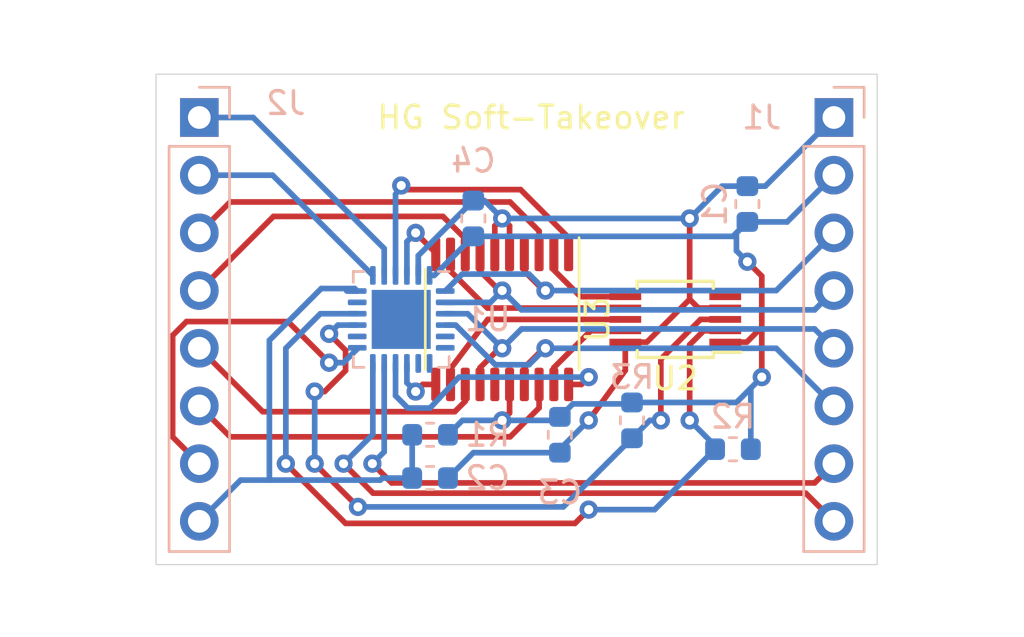
<source format=kicad_pcb>
(kicad_pcb (version 20171130) (host pcbnew "(5.1.6)-1")

  (general
    (thickness 1.6)
    (drawings 9)
    (tracks 222)
    (zones 0)
    (modules 12)
    (nets 35)
  )

  (page A4)
  (layers
    (0 F.Cu signal)
    (31 B.Cu signal)
    (32 B.Adhes user)
    (33 F.Adhes user)
    (34 B.Paste user hide)
    (35 F.Paste user)
    (36 B.SilkS user)
    (37 F.SilkS user)
    (38 B.Mask user)
    (39 F.Mask user)
    (40 Dwgs.User user)
    (41 Cmts.User user)
    (42 Eco1.User user)
    (43 Eco2.User user)
    (44 Edge.Cuts user)
    (45 Margin user)
    (46 B.CrtYd user)
    (47 F.CrtYd user)
    (48 B.Fab user)
    (49 F.Fab user)
  )

  (setup
    (last_trace_width 0.25)
    (trace_clearance 0.2)
    (zone_clearance 0.508)
    (zone_45_only no)
    (trace_min 0.2)
    (via_size 0.8)
    (via_drill 0.4)
    (via_min_size 0.4)
    (via_min_drill 0.3)
    (uvia_size 0.3)
    (uvia_drill 0.1)
    (uvias_allowed no)
    (uvia_min_size 0.2)
    (uvia_min_drill 0.1)
    (edge_width 0.05)
    (segment_width 0.2)
    (pcb_text_width 0.3)
    (pcb_text_size 1.5 1.5)
    (mod_edge_width 0.12)
    (mod_text_size 1 1)
    (mod_text_width 0.15)
    (pad_size 1.524 1.524)
    (pad_drill 0.762)
    (pad_to_mask_clearance 0.05)
    (aux_axis_origin 95.25 112.395)
    (visible_elements FFFFFF7F)
    (pcbplotparams
      (layerselection 0x010fc_ffffffff)
      (usegerberextensions false)
      (usegerberattributes true)
      (usegerberadvancedattributes true)
      (creategerberjobfile true)
      (excludeedgelayer true)
      (linewidth 0.100000)
      (plotframeref false)
      (viasonmask false)
      (mode 1)
      (useauxorigin false)
      (hpglpennumber 1)
      (hpglpenspeed 20)
      (hpglpendiameter 15.000000)
      (psnegative false)
      (psa4output false)
      (plotreference true)
      (plotvalue true)
      (plotinvisibletext false)
      (padsonsilk false)
      (subtractmaskfromsilk false)
      (outputformat 1)
      (mirror false)
      (drillshape 1)
      (scaleselection 1)
      (outputdirectory ""))
  )

  (net 0 "")
  (net 1 3v3)
  (net 2 GND)
  (net 3 RST)
  (net 4 IN_3)
  (net 5 IN_2)
  (net 6 IN_1)
  (net 7 IN_0)
  (net 8 SCL_EXT)
  (net 9 SDA_EXT)
  (net 10 OUT_0)
  (net 11 OUT_1)
  (net 12 OUT_2)
  (net 13 OUT_3)
  (net 14 SCL_DAC)
  (net 15 SDA_DAC)
  (net 16 SWDIO)
  (net 17 SWCLK)
  (net 18 "Net-(U1-Pad17)")
  (net 19 "Net-(U1-Pad14)")
  (net 20 SW_3)
  (net 21 SW_2)
  (net 22 "Net-(U1-Pad8)")
  (net 23 "Net-(U1-Pad7)")
  (net 24 SW_1)
  (net 25 SW_0)
  (net 26 DAC_3)
  (net 27 DAC_2)
  (net 28 DAC_1)
  (net 29 DAC_0)
  (net 30 "Net-(U2-Pad5)")
  (net 31 "Net-(U3-Pad15)")
  (net 32 LAYER_SEL)
  (net 33 "Net-(U1-Pad5)")
  (net 34 "Net-(U1-Pad6)")

  (net_class Default "This is the default net class."
    (clearance 0.2)
    (trace_width 0.25)
    (via_dia 0.8)
    (via_drill 0.4)
    (uvia_dia 0.3)
    (uvia_drill 0.1)
    (add_net 3v3)
    (add_net DAC_0)
    (add_net DAC_1)
    (add_net DAC_2)
    (add_net DAC_3)
    (add_net GND)
    (add_net IN_0)
    (add_net IN_1)
    (add_net IN_2)
    (add_net IN_3)
    (add_net LAYER_SEL)
    (add_net "Net-(U1-Pad14)")
    (add_net "Net-(U1-Pad17)")
    (add_net "Net-(U1-Pad5)")
    (add_net "Net-(U1-Pad6)")
    (add_net "Net-(U1-Pad7)")
    (add_net "Net-(U1-Pad8)")
    (add_net "Net-(U2-Pad5)")
    (add_net "Net-(U3-Pad15)")
    (add_net OUT_0)
    (add_net OUT_1)
    (add_net OUT_2)
    (add_net OUT_3)
    (add_net RST)
    (add_net SCL_DAC)
    (add_net SCL_EXT)
    (add_net SDA_DAC)
    (add_net SDA_EXT)
    (add_net SWCLK)
    (add_net SWDIO)
    (add_net SW_0)
    (add_net SW_1)
    (add_net SW_2)
    (add_net SW_3)
  )

  (module Resistor_SMD:R_0603_1608Metric (layer B.Cu) (tedit 5B301BBD) (tstamp 5FADE619)
    (at 103.505 106.68 180)
    (descr "Resistor SMD 0603 (1608 Metric), square (rectangular) end terminal, IPC_7351 nominal, (Body size source: http://www.tortai-tech.com/upload/download/2011102023233369053.pdf), generated with kicad-footprint-generator")
    (tags resistor)
    (path /5FAF7E6A)
    (attr smd)
    (fp_text reference R1 (at -2.54 0 180) (layer B.SilkS)
      (effects (font (size 1 1) (thickness 0.15)) (justify mirror))
    )
    (fp_text value 10k (at 3.175 0 180) (layer B.Fab)
      (effects (font (size 1 1) (thickness 0.15)) (justify mirror))
    )
    (fp_text user %R (at 0 0 180) (layer B.Fab)
      (effects (font (size 0.4 0.4) (thickness 0.06)) (justify mirror))
    )
    (fp_line (start -0.8 -0.4) (end -0.8 0.4) (layer B.Fab) (width 0.1))
    (fp_line (start -0.8 0.4) (end 0.8 0.4) (layer B.Fab) (width 0.1))
    (fp_line (start 0.8 0.4) (end 0.8 -0.4) (layer B.Fab) (width 0.1))
    (fp_line (start 0.8 -0.4) (end -0.8 -0.4) (layer B.Fab) (width 0.1))
    (fp_line (start -0.162779 0.51) (end 0.162779 0.51) (layer B.SilkS) (width 0.12))
    (fp_line (start -0.162779 -0.51) (end 0.162779 -0.51) (layer B.SilkS) (width 0.12))
    (fp_line (start -1.48 -0.73) (end -1.48 0.73) (layer B.CrtYd) (width 0.05))
    (fp_line (start -1.48 0.73) (end 1.48 0.73) (layer B.CrtYd) (width 0.05))
    (fp_line (start 1.48 0.73) (end 1.48 -0.73) (layer B.CrtYd) (width 0.05))
    (fp_line (start 1.48 -0.73) (end -1.48 -0.73) (layer B.CrtYd) (width 0.05))
    (pad 2 smd roundrect (at 0.7875 0 180) (size 0.875 0.95) (layers B.Cu B.Paste B.Mask) (roundrect_rratio 0.25)
      (net 3 RST))
    (pad 1 smd roundrect (at -0.7875 0 180) (size 0.875 0.95) (layers B.Cu B.Paste B.Mask) (roundrect_rratio 0.25)
      (net 1 3v3))
    (model ${KISYS3DMOD}/Resistor_SMD.3dshapes/R_0603_1608Metric.wrl
      (at (xyz 0 0 0))
      (scale (xyz 1 1 1))
      (rotate (xyz 0 0 0))
    )
  )

  (module Connector_PinHeader_2.54mm:PinHeader_1x08_P2.54mm_Vertical (layer B.Cu) (tedit 59FED5CC) (tstamp 5FAE41D1)
    (at 93.345 92.71 180)
    (descr "Through hole straight pin header, 1x08, 2.54mm pitch, single row")
    (tags "Through hole pin header THT 1x08 2.54mm single row")
    (path /5FCDB26E)
    (fp_text reference J2 (at -3.81 0.635) (layer B.SilkS)
      (effects (font (size 1 1) (thickness 0.15)) (justify mirror))
    )
    (fp_text value Conn_01x08_Male (at 8.255 -18.415) (layer B.Fab) hide
      (effects (font (size 1 1) (thickness 0.15)) (justify mirror))
    )
    (fp_text user %R (at 0 -8.89 270) (layer B.Fab)
      (effects (font (size 1 1) (thickness 0.15)) (justify mirror))
    )
    (fp_line (start -0.635 1.27) (end 1.27 1.27) (layer B.Fab) (width 0.1))
    (fp_line (start 1.27 1.27) (end 1.27 -19.05) (layer B.Fab) (width 0.1))
    (fp_line (start 1.27 -19.05) (end -1.27 -19.05) (layer B.Fab) (width 0.1))
    (fp_line (start -1.27 -19.05) (end -1.27 0.635) (layer B.Fab) (width 0.1))
    (fp_line (start -1.27 0.635) (end -0.635 1.27) (layer B.Fab) (width 0.1))
    (fp_line (start -1.33 -19.11) (end 1.33 -19.11) (layer B.SilkS) (width 0.12))
    (fp_line (start -1.33 -1.27) (end -1.33 -19.11) (layer B.SilkS) (width 0.12))
    (fp_line (start 1.33 -1.27) (end 1.33 -19.11) (layer B.SilkS) (width 0.12))
    (fp_line (start -1.33 -1.27) (end 1.33 -1.27) (layer B.SilkS) (width 0.12))
    (fp_line (start -1.33 0) (end -1.33 1.33) (layer B.SilkS) (width 0.12))
    (fp_line (start -1.33 1.33) (end 0 1.33) (layer B.SilkS) (width 0.12))
    (fp_line (start -1.8 1.8) (end -1.8 -19.55) (layer B.CrtYd) (width 0.05))
    (fp_line (start -1.8 -19.55) (end 1.8 -19.55) (layer B.CrtYd) (width 0.05))
    (fp_line (start 1.8 -19.55) (end 1.8 1.8) (layer B.CrtYd) (width 0.05))
    (fp_line (start 1.8 1.8) (end -1.8 1.8) (layer B.CrtYd) (width 0.05))
    (pad 8 thru_hole oval (at 0 -17.78 180) (size 1.7 1.7) (drill 1) (layers *.Cu *.Mask)
      (net 3 RST))
    (pad 7 thru_hole oval (at 0 -15.24 180) (size 1.7 1.7) (drill 1) (layers *.Cu *.Mask)
      (net 32 LAYER_SEL))
    (pad 6 thru_hole oval (at 0 -12.7 180) (size 1.7 1.7) (drill 1) (layers *.Cu *.Mask)
      (net 13 OUT_3))
    (pad 5 thru_hole oval (at 0 -10.16 180) (size 1.7 1.7) (drill 1) (layers *.Cu *.Mask)
      (net 12 OUT_2))
    (pad 4 thru_hole oval (at 0 -7.62 180) (size 1.7 1.7) (drill 1) (layers *.Cu *.Mask)
      (net 11 OUT_1))
    (pad 3 thru_hole oval (at 0 -5.08 180) (size 1.7 1.7) (drill 1) (layers *.Cu *.Mask)
      (net 10 OUT_0))
    (pad 2 thru_hole oval (at 0 -2.54 180) (size 1.7 1.7) (drill 1) (layers *.Cu *.Mask)
      (net 17 SWCLK))
    (pad 1 thru_hole rect (at 0 0 180) (size 1.7 1.7) (drill 1) (layers *.Cu *.Mask)
      (net 16 SWDIO))
    (model ${KISYS3DMOD}/Connector_PinHeader_2.54mm.3dshapes/PinHeader_1x08_P2.54mm_Vertical.wrl
      (at (xyz 0 0 0))
      (scale (xyz 1 1 1))
      (rotate (xyz 0 0 0))
    )
  )

  (module Connector_PinHeader_2.54mm:PinHeader_1x08_P2.54mm_Vertical (layer B.Cu) (tedit 59FED5CC) (tstamp 5FADE770)
    (at 121.285 92.71 180)
    (descr "Through hole straight pin header, 1x08, 2.54mm pitch, single row")
    (tags "Through hole pin header THT 1x08 2.54mm single row")
    (path /5FCD95F9)
    (fp_text reference J1 (at 3.175 0) (layer B.SilkS)
      (effects (font (size 1 1) (thickness 0.15)) (justify mirror))
    )
    (fp_text value Conn_01x08_Male (at -8.255 -18.415) (layer B.Fab) hide
      (effects (font (size 1 1) (thickness 0.15)) (justify mirror))
    )
    (fp_text user %R (at 0 -8.89 270) (layer B.Fab)
      (effects (font (size 1 1) (thickness 0.15)) (justify mirror))
    )
    (fp_line (start -0.635 1.27) (end 1.27 1.27) (layer B.Fab) (width 0.1))
    (fp_line (start 1.27 1.27) (end 1.27 -19.05) (layer B.Fab) (width 0.1))
    (fp_line (start 1.27 -19.05) (end -1.27 -19.05) (layer B.Fab) (width 0.1))
    (fp_line (start -1.27 -19.05) (end -1.27 0.635) (layer B.Fab) (width 0.1))
    (fp_line (start -1.27 0.635) (end -0.635 1.27) (layer B.Fab) (width 0.1))
    (fp_line (start -1.33 -19.11) (end 1.33 -19.11) (layer B.SilkS) (width 0.12))
    (fp_line (start -1.33 -1.27) (end -1.33 -19.11) (layer B.SilkS) (width 0.12))
    (fp_line (start 1.33 -1.27) (end 1.33 -19.11) (layer B.SilkS) (width 0.12))
    (fp_line (start -1.33 -1.27) (end 1.33 -1.27) (layer B.SilkS) (width 0.12))
    (fp_line (start -1.33 0) (end -1.33 1.33) (layer B.SilkS) (width 0.12))
    (fp_line (start -1.33 1.33) (end 0 1.33) (layer B.SilkS) (width 0.12))
    (fp_line (start -1.8 1.8) (end -1.8 -19.55) (layer B.CrtYd) (width 0.05))
    (fp_line (start -1.8 -19.55) (end 1.8 -19.55) (layer B.CrtYd) (width 0.05))
    (fp_line (start 1.8 -19.55) (end 1.8 1.8) (layer B.CrtYd) (width 0.05))
    (fp_line (start 1.8 1.8) (end -1.8 1.8) (layer B.CrtYd) (width 0.05))
    (pad 8 thru_hole oval (at 0 -17.78 180) (size 1.7 1.7) (drill 1) (layers *.Cu *.Mask)
      (net 8 SCL_EXT))
    (pad 7 thru_hole oval (at 0 -15.24 180) (size 1.7 1.7) (drill 1) (layers *.Cu *.Mask)
      (net 9 SDA_EXT))
    (pad 6 thru_hole oval (at 0 -12.7 180) (size 1.7 1.7) (drill 1) (layers *.Cu *.Mask)
      (net 4 IN_3))
    (pad 5 thru_hole oval (at 0 -10.16 180) (size 1.7 1.7) (drill 1) (layers *.Cu *.Mask)
      (net 5 IN_2))
    (pad 4 thru_hole oval (at 0 -7.62 180) (size 1.7 1.7) (drill 1) (layers *.Cu *.Mask)
      (net 6 IN_1))
    (pad 3 thru_hole oval (at 0 -5.08 180) (size 1.7 1.7) (drill 1) (layers *.Cu *.Mask)
      (net 7 IN_0))
    (pad 2 thru_hole oval (at 0 -2.54 180) (size 1.7 1.7) (drill 1) (layers *.Cu *.Mask)
      (net 1 3v3))
    (pad 1 thru_hole rect (at 0 0 180) (size 1.7 1.7) (drill 1) (layers *.Cu *.Mask)
      (net 2 GND))
    (model ${KISYS3DMOD}/Connector_PinHeader_2.54mm.3dshapes/PinHeader_1x08_P2.54mm_Vertical.wrl
      (at (xyz 0 0 0))
      (scale (xyz 1 1 1))
      (rotate (xyz 0 0 0))
    )
  )

  (module Package_SO:TSSOP-20_4.4x6.5mm_P0.65mm (layer F.Cu) (tedit 5E476F32) (tstamp 5FADFF80)
    (at 106.68 101.6 270)
    (descr "TSSOP, 20 Pin (JEDEC MO-153 Var AC https://www.jedec.org/document_search?search_api_views_fulltext=MO-153), generated with kicad-footprint-generator ipc_gullwing_generator.py")
    (tags "TSSOP SO")
    (path /5FB1BAFD)
    (attr smd)
    (fp_text reference U3 (at 0 -4.2 270) (layer F.SilkS)
      (effects (font (size 1 1) (thickness 0.15)))
    )
    (fp_text value ADG734 (at 0 4.2 270) (layer F.Fab)
      (effects (font (size 1 1) (thickness 0.15)))
    )
    (fp_line (start 3.85 -3.5) (end -3.85 -3.5) (layer F.CrtYd) (width 0.05))
    (fp_line (start 3.85 3.5) (end 3.85 -3.5) (layer F.CrtYd) (width 0.05))
    (fp_line (start -3.85 3.5) (end 3.85 3.5) (layer F.CrtYd) (width 0.05))
    (fp_line (start -3.85 -3.5) (end -3.85 3.5) (layer F.CrtYd) (width 0.05))
    (fp_line (start -2.2 -2.25) (end -1.2 -3.25) (layer F.Fab) (width 0.1))
    (fp_line (start -2.2 3.25) (end -2.2 -2.25) (layer F.Fab) (width 0.1))
    (fp_line (start 2.2 3.25) (end -2.2 3.25) (layer F.Fab) (width 0.1))
    (fp_line (start 2.2 -3.25) (end 2.2 3.25) (layer F.Fab) (width 0.1))
    (fp_line (start -1.2 -3.25) (end 2.2 -3.25) (layer F.Fab) (width 0.1))
    (fp_line (start 0 -3.385) (end -3.6 -3.385) (layer F.SilkS) (width 0.12))
    (fp_line (start 0 -3.385) (end 2.2 -3.385) (layer F.SilkS) (width 0.12))
    (fp_line (start 0 3.385) (end -2.2 3.385) (layer F.SilkS) (width 0.12))
    (fp_line (start 0 3.385) (end 2.2 3.385) (layer F.SilkS) (width 0.12))
    (fp_text user %R (at 0 0) (layer F.Fab)
      (effects (font (size 1 1) (thickness 0.15)))
    )
    (pad 1 smd roundrect (at -2.8625 -2.925 270) (size 1.475 0.4) (layers F.Cu F.Paste F.Mask) (roundrect_rratio 0.25)
      (net 25 SW_0))
    (pad 2 smd roundrect (at -2.8625 -2.275 270) (size 1.475 0.4) (layers F.Cu F.Paste F.Mask) (roundrect_rratio 0.25)
      (net 29 DAC_0))
    (pad 3 smd roundrect (at -2.8625 -1.625 270) (size 1.475 0.4) (layers F.Cu F.Paste F.Mask) (roundrect_rratio 0.25)
      (net 10 OUT_0))
    (pad 4 smd roundrect (at -2.8625 -0.975 270) (size 1.475 0.4) (layers F.Cu F.Paste F.Mask) (roundrect_rratio 0.25)
      (net 7 IN_0))
    (pad 5 smd roundrect (at -2.8625 -0.325 270) (size 1.475 0.4) (layers F.Cu F.Paste F.Mask) (roundrect_rratio 0.25)
      (net 2 GND))
    (pad 6 smd roundrect (at -2.8625 0.325 270) (size 1.475 0.4) (layers F.Cu F.Paste F.Mask) (roundrect_rratio 0.25)
      (net 2 GND))
    (pad 7 smd roundrect (at -2.8625 0.975 270) (size 1.475 0.4) (layers F.Cu F.Paste F.Mask) (roundrect_rratio 0.25)
      (net 6 IN_1))
    (pad 8 smd roundrect (at -2.8625 1.625 270) (size 1.475 0.4) (layers F.Cu F.Paste F.Mask) (roundrect_rratio 0.25)
      (net 11 OUT_1))
    (pad 9 smd roundrect (at -2.8625 2.275 270) (size 1.475 0.4) (layers F.Cu F.Paste F.Mask) (roundrect_rratio 0.25)
      (net 28 DAC_1))
    (pad 10 smd roundrect (at -2.8625 2.925 270) (size 1.475 0.4) (layers F.Cu F.Paste F.Mask) (roundrect_rratio 0.25)
      (net 24 SW_1))
    (pad 11 smd roundrect (at 2.8625 2.925 270) (size 1.475 0.4) (layers F.Cu F.Paste F.Mask) (roundrect_rratio 0.25)
      (net 21 SW_2))
    (pad 12 smd roundrect (at 2.8625 2.275 270) (size 1.475 0.4) (layers F.Cu F.Paste F.Mask) (roundrect_rratio 0.25)
      (net 27 DAC_2))
    (pad 13 smd roundrect (at 2.8625 1.625 270) (size 1.475 0.4) (layers F.Cu F.Paste F.Mask) (roundrect_rratio 0.25)
      (net 12 OUT_2))
    (pad 14 smd roundrect (at 2.8625 0.975 270) (size 1.475 0.4) (layers F.Cu F.Paste F.Mask) (roundrect_rratio 0.25)
      (net 5 IN_2))
    (pad 15 smd roundrect (at 2.8625 0.325 270) (size 1.475 0.4) (layers F.Cu F.Paste F.Mask) (roundrect_rratio 0.25)
      (net 31 "Net-(U3-Pad15)"))
    (pad 16 smd roundrect (at 2.8625 -0.325 270) (size 1.475 0.4) (layers F.Cu F.Paste F.Mask) (roundrect_rratio 0.25)
      (net 1 3v3))
    (pad 17 smd roundrect (at 2.8625 -0.975 270) (size 1.475 0.4) (layers F.Cu F.Paste F.Mask) (roundrect_rratio 0.25)
      (net 4 IN_3))
    (pad 18 smd roundrect (at 2.8625 -1.625 270) (size 1.475 0.4) (layers F.Cu F.Paste F.Mask) (roundrect_rratio 0.25)
      (net 13 OUT_3))
    (pad 19 smd roundrect (at 2.8625 -2.275 270) (size 1.475 0.4) (layers F.Cu F.Paste F.Mask) (roundrect_rratio 0.25)
      (net 26 DAC_3))
    (pad 20 smd roundrect (at 2.8625 -2.925 270) (size 1.475 0.4) (layers F.Cu F.Paste F.Mask) (roundrect_rratio 0.25)
      (net 20 SW_3))
    (model ${KISYS3DMOD}/Package_SO.3dshapes/TSSOP-20_4.4x6.5mm_P0.65mm.wrl
      (at (xyz 0 0 0))
      (scale (xyz 1 1 1))
      (rotate (xyz 0 0 0))
    )
  )

  (module Package_SO:MSOP-10_3x3mm_P0.5mm (layer F.Cu) (tedit 5A02F25C) (tstamp 5FAE38BA)
    (at 114.3 101.6 180)
    (descr "10-Lead Plastic Micro Small Outline Package (MS) [MSOP] (see Microchip Packaging Specification 00000049BS.pdf)")
    (tags "SSOP 0.5")
    (path /5FB47E6B)
    (attr smd)
    (fp_text reference U2 (at 0 -2.6 180) (layer F.SilkS)
      (effects (font (size 1 1) (thickness 0.15)))
    )
    (fp_text value MCP4728 (at 0 2.6 180) (layer F.Fab)
      (effects (font (size 1 1) (thickness 0.15)))
    )
    (fp_line (start -1.675 -1.45) (end -2.9 -1.45) (layer F.SilkS) (width 0.15))
    (fp_line (start -1.675 1.675) (end 1.675 1.675) (layer F.SilkS) (width 0.15))
    (fp_line (start -1.675 -1.675) (end 1.675 -1.675) (layer F.SilkS) (width 0.15))
    (fp_line (start -1.675 1.675) (end -1.675 1.375) (layer F.SilkS) (width 0.15))
    (fp_line (start 1.675 1.675) (end 1.675 1.375) (layer F.SilkS) (width 0.15))
    (fp_line (start 1.675 -1.675) (end 1.675 -1.375) (layer F.SilkS) (width 0.15))
    (fp_line (start -1.675 -1.675) (end -1.675 -1.45) (layer F.SilkS) (width 0.15))
    (fp_line (start -3.15 1.85) (end 3.15 1.85) (layer F.CrtYd) (width 0.05))
    (fp_line (start -3.15 -1.85) (end 3.15 -1.85) (layer F.CrtYd) (width 0.05))
    (fp_line (start 3.15 -1.85) (end 3.15 1.85) (layer F.CrtYd) (width 0.05))
    (fp_line (start -3.15 -1.85) (end -3.15 1.85) (layer F.CrtYd) (width 0.05))
    (fp_line (start -1.5 -0.5) (end -0.5 -1.5) (layer F.Fab) (width 0.15))
    (fp_line (start -1.5 1.5) (end -1.5 -0.5) (layer F.Fab) (width 0.15))
    (fp_line (start 1.5 1.5) (end -1.5 1.5) (layer F.Fab) (width 0.15))
    (fp_line (start 1.5 -1.5) (end 1.5 1.5) (layer F.Fab) (width 0.15))
    (fp_line (start -0.5 -1.5) (end 1.5 -1.5) (layer F.Fab) (width 0.15))
    (fp_text user %R (at 0 0 180) (layer F.Fab)
      (effects (font (size 0.6 0.6) (thickness 0.15)))
    )
    (pad 1 smd rect (at -2.2 -1 180) (size 1.4 0.3) (layers F.Cu F.Paste F.Mask)
      (net 1 3v3))
    (pad 2 smd rect (at -2.2 -0.5 180) (size 1.4 0.3) (layers F.Cu F.Paste F.Mask)
      (net 14 SCL_DAC))
    (pad 3 smd rect (at -2.2 0 180) (size 1.4 0.3) (layers F.Cu F.Paste F.Mask)
      (net 15 SDA_DAC))
    (pad 4 smd rect (at -2.2 0.5 180) (size 1.4 0.3) (layers F.Cu F.Paste F.Mask)
      (net 2 GND))
    (pad 5 smd rect (at -2.2 1 180) (size 1.4 0.3) (layers F.Cu F.Paste F.Mask)
      (net 30 "Net-(U2-Pad5)"))
    (pad 6 smd rect (at 2.2 1 180) (size 1.4 0.3) (layers F.Cu F.Paste F.Mask)
      (net 29 DAC_0))
    (pad 7 smd rect (at 2.2 0.5 180) (size 1.4 0.3) (layers F.Cu F.Paste F.Mask)
      (net 28 DAC_1))
    (pad 8 smd rect (at 2.2 0 180) (size 1.4 0.3) (layers F.Cu F.Paste F.Mask)
      (net 27 DAC_2))
    (pad 9 smd rect (at 2.2 -0.5 180) (size 1.4 0.3) (layers F.Cu F.Paste F.Mask)
      (net 26 DAC_3))
    (pad 10 smd rect (at 2.2 -1 180) (size 1.4 0.3) (layers F.Cu F.Paste F.Mask)
      (net 2 GND))
    (model ${KISYS3DMOD}/Package_SO.3dshapes/MSOP-10_3x3mm_P0.5mm.wrl
      (at (xyz 0 0 0))
      (scale (xyz 1 1 1))
      (rotate (xyz 0 0 0))
    )
  )

  (module Package_DFN_QFN:QFN-24-1EP_4x4mm_P0.5mm_EP2.6x2.6mm (layer B.Cu) (tedit 5DC5F6A3) (tstamp 5FAE54B1)
    (at 102.235 101.6 180)
    (descr "QFN, 24 Pin (http://ww1.microchip.com/downloads/en/PackagingSpec/00000049BQ.pdf#page=278), generated with kicad-footprint-generator ipc_noLead_generator.py")
    (tags "QFN NoLead")
    (path /5FAD2176)
    (attr smd)
    (fp_text reference U1 (at -3.81 0 180) (layer B.SilkS)
      (effects (font (size 1 1) (thickness 0.15)) (justify mirror))
    )
    (fp_text value SAMD11D14AM (at 0 -3.3) (layer B.Fab)
      (effects (font (size 1 1) (thickness 0.15)) (justify mirror))
    )
    (fp_line (start 2.6 2.6) (end -2.6 2.6) (layer B.CrtYd) (width 0.05))
    (fp_line (start 2.6 -2.6) (end 2.6 2.6) (layer B.CrtYd) (width 0.05))
    (fp_line (start -2.6 -2.6) (end 2.6 -2.6) (layer B.CrtYd) (width 0.05))
    (fp_line (start -2.6 2.6) (end -2.6 -2.6) (layer B.CrtYd) (width 0.05))
    (fp_line (start -2 1) (end -1 2) (layer B.Fab) (width 0.1))
    (fp_line (start -2 -2) (end -2 1) (layer B.Fab) (width 0.1))
    (fp_line (start 2 -2) (end -2 -2) (layer B.Fab) (width 0.1))
    (fp_line (start 2 2) (end 2 -2) (layer B.Fab) (width 0.1))
    (fp_line (start -1 2) (end 2 2) (layer B.Fab) (width 0.1))
    (fp_line (start -1.635 2.11) (end -2.11 2.11) (layer B.SilkS) (width 0.12))
    (fp_line (start 2.11 -2.11) (end 2.11 -1.635) (layer B.SilkS) (width 0.12))
    (fp_line (start 1.635 -2.11) (end 2.11 -2.11) (layer B.SilkS) (width 0.12))
    (fp_line (start -2.11 -2.11) (end -2.11 -1.635) (layer B.SilkS) (width 0.12))
    (fp_line (start -1.635 -2.11) (end -2.11 -2.11) (layer B.SilkS) (width 0.12))
    (fp_line (start 2.11 2.11) (end 2.11 1.635) (layer B.SilkS) (width 0.12))
    (fp_line (start 1.635 2.11) (end 2.11 2.11) (layer B.SilkS) (width 0.12))
    (fp_text user %R (at 0 0 180) (layer B.Fab)
      (effects (font (size 1 1) (thickness 0.15)) (justify mirror))
    )
    (pad 1 smd roundrect (at -1.9375 1.25 180) (size 0.825 0.25) (layers B.Cu B.Paste B.Mask) (roundrect_rratio 0.25)
      (net 7 IN_0))
    (pad 2 smd roundrect (at -1.9375 0.75 180) (size 0.825 0.25) (layers B.Cu B.Paste B.Mask) (roundrect_rratio 0.25)
      (net 6 IN_1))
    (pad 3 smd roundrect (at -1.9375 0.25 180) (size 0.825 0.25) (layers B.Cu B.Paste B.Mask) (roundrect_rratio 0.25)
      (net 5 IN_2))
    (pad 4 smd roundrect (at -1.9375 -0.25 180) (size 0.825 0.25) (layers B.Cu B.Paste B.Mask) (roundrect_rratio 0.25)
      (net 4 IN_3))
    (pad 5 smd roundrect (at -1.9375 -0.75 180) (size 0.825 0.25) (layers B.Cu B.Paste B.Mask) (roundrect_rratio 0.25)
      (net 33 "Net-(U1-Pad5)"))
    (pad 6 smd roundrect (at -1.9375 -1.25 180) (size 0.825 0.25) (layers B.Cu B.Paste B.Mask) (roundrect_rratio 0.25)
      (net 34 "Net-(U1-Pad6)"))
    (pad 7 smd roundrect (at -1.25 -1.9375 180) (size 0.25 0.825) (layers B.Cu B.Paste B.Mask) (roundrect_rratio 0.25)
      (net 23 "Net-(U1-Pad7)"))
    (pad 8 smd roundrect (at -0.75 -1.9375 180) (size 0.25 0.825) (layers B.Cu B.Paste B.Mask) (roundrect_rratio 0.25)
      (net 22 "Net-(U1-Pad8)"))
    (pad 9 smd roundrect (at -0.25 -1.9375 180) (size 0.25 0.825) (layers B.Cu B.Paste B.Mask) (roundrect_rratio 0.25)
      (net 21 SW_2))
    (pad 10 smd roundrect (at 0.25 -1.9375 180) (size 0.25 0.825) (layers B.Cu B.Paste B.Mask) (roundrect_rratio 0.25)
      (net 20 SW_3))
    (pad 11 smd roundrect (at 0.75 -1.9375 180) (size 0.25 0.825) (layers B.Cu B.Paste B.Mask) (roundrect_rratio 0.25)
      (net 9 SDA_EXT))
    (pad 12 smd roundrect (at 1.25 -1.9375 180) (size 0.25 0.825) (layers B.Cu B.Paste B.Mask) (roundrect_rratio 0.25)
      (net 8 SCL_EXT))
    (pad 13 smd roundrect (at 1.9375 -1.25 180) (size 0.825 0.25) (layers B.Cu B.Paste B.Mask) (roundrect_rratio 0.25)
      (net 32 LAYER_SEL))
    (pad 14 smd roundrect (at 1.9375 -0.75 180) (size 0.825 0.25) (layers B.Cu B.Paste B.Mask) (roundrect_rratio 0.25)
      (net 19 "Net-(U1-Pad14)"))
    (pad 15 smd roundrect (at 1.9375 -0.25 180) (size 0.825 0.25) (layers B.Cu B.Paste B.Mask) (roundrect_rratio 0.25)
      (net 15 SDA_DAC))
    (pad 16 smd roundrect (at 1.9375 0.25 180) (size 0.825 0.25) (layers B.Cu B.Paste B.Mask) (roundrect_rratio 0.25)
      (net 14 SCL_DAC))
    (pad 17 smd roundrect (at 1.9375 0.75 180) (size 0.825 0.25) (layers B.Cu B.Paste B.Mask) (roundrect_rratio 0.25)
      (net 18 "Net-(U1-Pad17)"))
    (pad 18 smd roundrect (at 1.9375 1.25 180) (size 0.825 0.25) (layers B.Cu B.Paste B.Mask) (roundrect_rratio 0.25)
      (net 3 RST))
    (pad 19 smd roundrect (at 1.25 1.9375 180) (size 0.25 0.825) (layers B.Cu B.Paste B.Mask) (roundrect_rratio 0.25)
      (net 17 SWCLK))
    (pad 20 smd roundrect (at 0.75 1.9375 180) (size 0.25 0.825) (layers B.Cu B.Paste B.Mask) (roundrect_rratio 0.25)
      (net 16 SWDIO))
    (pad 21 smd roundrect (at 0.25 1.9375 180) (size 0.25 0.825) (layers B.Cu B.Paste B.Mask) (roundrect_rratio 0.25)
      (net 25 SW_0))
    (pad 22 smd roundrect (at -0.25 1.9375 180) (size 0.25 0.825) (layers B.Cu B.Paste B.Mask) (roundrect_rratio 0.25)
      (net 24 SW_1))
    (pad 23 smd roundrect (at -0.75 1.9375 180) (size 0.25 0.825) (layers B.Cu B.Paste B.Mask) (roundrect_rratio 0.25)
      (net 2 GND))
    (pad 24 smd roundrect (at -1.25 1.9375 180) (size 0.25 0.825) (layers B.Cu B.Paste B.Mask) (roundrect_rratio 0.25)
      (net 1 3v3))
    (pad 25 smd rect (at 0 0 180) (size 2.6 2.6) (layers B.Cu B.Mask))
    (pad "" smd roundrect (at -0.65 0.65 180) (size 1.05 1.05) (layers B.Paste) (roundrect_rratio 0.238095))
    (pad "" smd roundrect (at -0.65 -0.65 180) (size 1.05 1.05) (layers B.Paste) (roundrect_rratio 0.238095))
    (pad "" smd roundrect (at 0.65 0.65 180) (size 1.05 1.05) (layers B.Paste) (roundrect_rratio 0.238095))
    (pad "" smd roundrect (at 0.65 -0.65 180) (size 1.05 1.05) (layers B.Paste) (roundrect_rratio 0.238095))
    (model ${KISYS3DMOD}/Package_DFN_QFN.3dshapes/QFN-24-1EP_4x4mm_P0.5mm_EP2.6x2.6mm.wrl
      (at (xyz 0 0 0))
      (scale (xyz 1 1 1))
      (rotate (xyz 0 0 0))
    )
  )

  (module Resistor_SMD:R_0603_1608Metric (layer B.Cu) (tedit 5B301BBD) (tstamp 5FADE5E9)
    (at 112.395 106.045 270)
    (descr "Resistor SMD 0603 (1608 Metric), square (rectangular) end terminal, IPC_7351 nominal, (Body size source: http://www.tortai-tech.com/upload/download/2011102023233369053.pdf), generated with kicad-footprint-generator")
    (tags resistor)
    (path /5FB47E94)
    (attr smd)
    (fp_text reference R3 (at -1.905 0 180) (layer B.SilkS)
      (effects (font (size 1 1) (thickness 0.15)) (justify mirror))
    )
    (fp_text value 5k (at 0 -1.43 270) (layer B.Fab)
      (effects (font (size 1 1) (thickness 0.15)) (justify mirror))
    )
    (fp_text user %R (at 0 0 270) (layer B.Fab)
      (effects (font (size 0.4 0.4) (thickness 0.06)) (justify mirror))
    )
    (fp_line (start -0.8 -0.4) (end -0.8 0.4) (layer B.Fab) (width 0.1))
    (fp_line (start -0.8 0.4) (end 0.8 0.4) (layer B.Fab) (width 0.1))
    (fp_line (start 0.8 0.4) (end 0.8 -0.4) (layer B.Fab) (width 0.1))
    (fp_line (start 0.8 -0.4) (end -0.8 -0.4) (layer B.Fab) (width 0.1))
    (fp_line (start -0.162779 0.51) (end 0.162779 0.51) (layer B.SilkS) (width 0.12))
    (fp_line (start -0.162779 -0.51) (end 0.162779 -0.51) (layer B.SilkS) (width 0.12))
    (fp_line (start -1.48 -0.73) (end -1.48 0.73) (layer B.CrtYd) (width 0.05))
    (fp_line (start -1.48 0.73) (end 1.48 0.73) (layer B.CrtYd) (width 0.05))
    (fp_line (start 1.48 0.73) (end 1.48 -0.73) (layer B.CrtYd) (width 0.05))
    (fp_line (start 1.48 -0.73) (end -1.48 -0.73) (layer B.CrtYd) (width 0.05))
    (pad 2 smd roundrect (at 0.7875 0 270) (size 0.875 0.95) (layers B.Cu B.Paste B.Mask) (roundrect_rratio 0.25)
      (net 15 SDA_DAC))
    (pad 1 smd roundrect (at -0.7875 0 270) (size 0.875 0.95) (layers B.Cu B.Paste B.Mask) (roundrect_rratio 0.25)
      (net 1 3v3))
    (model ${KISYS3DMOD}/Resistor_SMD.3dshapes/R_0603_1608Metric.wrl
      (at (xyz 0 0 0))
      (scale (xyz 1 1 1))
      (rotate (xyz 0 0 0))
    )
  )

  (module Resistor_SMD:R_0603_1608Metric (layer B.Cu) (tedit 5B301BBD) (tstamp 5FADE589)
    (at 116.84 107.315 180)
    (descr "Resistor SMD 0603 (1608 Metric), square (rectangular) end terminal, IPC_7351 nominal, (Body size source: http://www.tortai-tech.com/upload/download/2011102023233369053.pdf), generated with kicad-footprint-generator")
    (tags resistor)
    (path /5FB47E8D)
    (attr smd)
    (fp_text reference R2 (at 0 1.43 180) (layer B.SilkS)
      (effects (font (size 1 1) (thickness 0.15)) (justify mirror))
    )
    (fp_text value 5k (at 0 -1.43 180) (layer B.Fab)
      (effects (font (size 1 1) (thickness 0.15)) (justify mirror))
    )
    (fp_text user %R (at 0 0 180) (layer B.Fab)
      (effects (font (size 0.4 0.4) (thickness 0.06)) (justify mirror))
    )
    (fp_line (start -0.8 -0.4) (end -0.8 0.4) (layer B.Fab) (width 0.1))
    (fp_line (start -0.8 0.4) (end 0.8 0.4) (layer B.Fab) (width 0.1))
    (fp_line (start 0.8 0.4) (end 0.8 -0.4) (layer B.Fab) (width 0.1))
    (fp_line (start 0.8 -0.4) (end -0.8 -0.4) (layer B.Fab) (width 0.1))
    (fp_line (start -0.162779 0.51) (end 0.162779 0.51) (layer B.SilkS) (width 0.12))
    (fp_line (start -0.162779 -0.51) (end 0.162779 -0.51) (layer B.SilkS) (width 0.12))
    (fp_line (start -1.48 -0.73) (end -1.48 0.73) (layer B.CrtYd) (width 0.05))
    (fp_line (start -1.48 0.73) (end 1.48 0.73) (layer B.CrtYd) (width 0.05))
    (fp_line (start 1.48 0.73) (end 1.48 -0.73) (layer B.CrtYd) (width 0.05))
    (fp_line (start 1.48 -0.73) (end -1.48 -0.73) (layer B.CrtYd) (width 0.05))
    (pad 2 smd roundrect (at 0.7875 0 180) (size 0.875 0.95) (layers B.Cu B.Paste B.Mask) (roundrect_rratio 0.25)
      (net 14 SCL_DAC))
    (pad 1 smd roundrect (at -0.7875 0 180) (size 0.875 0.95) (layers B.Cu B.Paste B.Mask) (roundrect_rratio 0.25)
      (net 1 3v3))
    (model ${KISYS3DMOD}/Resistor_SMD.3dshapes/R_0603_1608Metric.wrl
      (at (xyz 0 0 0))
      (scale (xyz 1 1 1))
      (rotate (xyz 0 0 0))
    )
  )

  (module Capacitor_SMD:C_0603_1608Metric (layer B.Cu) (tedit 5B301BBE) (tstamp 5FADE649)
    (at 105.41 97.155 270)
    (descr "Capacitor SMD 0603 (1608 Metric), square (rectangular) end terminal, IPC_7351 nominal, (Body size source: http://www.tortai-tech.com/upload/download/2011102023233369053.pdf), generated with kicad-footprint-generator")
    (tags capacitor)
    (path /5FAD684C)
    (attr smd)
    (fp_text reference C4 (at -2.54 0 180) (layer B.SilkS)
      (effects (font (size 1 1) (thickness 0.15)) (justify mirror))
    )
    (fp_text value 100nF (at 0.635 -3.175 180) (layer B.Fab)
      (effects (font (size 1 1) (thickness 0.15)) (justify mirror))
    )
    (fp_text user %R (at 0 0 90) (layer B.Fab)
      (effects (font (size 0.4 0.4) (thickness 0.06)) (justify mirror))
    )
    (fp_line (start -0.8 -0.4) (end -0.8 0.4) (layer B.Fab) (width 0.1))
    (fp_line (start -0.8 0.4) (end 0.8 0.4) (layer B.Fab) (width 0.1))
    (fp_line (start 0.8 0.4) (end 0.8 -0.4) (layer B.Fab) (width 0.1))
    (fp_line (start 0.8 -0.4) (end -0.8 -0.4) (layer B.Fab) (width 0.1))
    (fp_line (start -0.162779 0.51) (end 0.162779 0.51) (layer B.SilkS) (width 0.12))
    (fp_line (start -0.162779 -0.51) (end 0.162779 -0.51) (layer B.SilkS) (width 0.12))
    (fp_line (start -1.48 -0.73) (end -1.48 0.73) (layer B.CrtYd) (width 0.05))
    (fp_line (start -1.48 0.73) (end 1.48 0.73) (layer B.CrtYd) (width 0.05))
    (fp_line (start 1.48 0.73) (end 1.48 -0.73) (layer B.CrtYd) (width 0.05))
    (fp_line (start 1.48 -0.73) (end -1.48 -0.73) (layer B.CrtYd) (width 0.05))
    (pad 2 smd roundrect (at 0.7875 0 270) (size 0.875 0.95) (layers B.Cu B.Paste B.Mask) (roundrect_rratio 0.25)
      (net 1 3v3))
    (pad 1 smd roundrect (at -0.7875 0 270) (size 0.875 0.95) (layers B.Cu B.Paste B.Mask) (roundrect_rratio 0.25)
      (net 2 GND))
    (model ${KISYS3DMOD}/Capacitor_SMD.3dshapes/C_0603_1608Metric.wrl
      (at (xyz 0 0 0))
      (scale (xyz 1 1 1))
      (rotate (xyz 0 0 0))
    )
  )

  (module Capacitor_SMD:C_0603_1608Metric (layer B.Cu) (tedit 5B301BBE) (tstamp 5FADE679)
    (at 109.22 106.68 90)
    (descr "Capacitor SMD 0603 (1608 Metric), square (rectangular) end terminal, IPC_7351 nominal, (Body size source: http://www.tortai-tech.com/upload/download/2011102023233369053.pdf), generated with kicad-footprint-generator")
    (tags capacitor)
    (path /5FB47E7D)
    (attr smd)
    (fp_text reference C3 (at -2.54 0) (layer B.SilkS)
      (effects (font (size 1 1) (thickness 0.15)) (justify mirror))
    )
    (fp_text value 100nF (at -1.905 3.81 180) (layer B.Fab)
      (effects (font (size 1 1) (thickness 0.15)) (justify mirror))
    )
    (fp_text user %R (at 0 0 270) (layer B.Fab)
      (effects (font (size 0.4 0.4) (thickness 0.06)) (justify mirror))
    )
    (fp_line (start -0.8 -0.4) (end -0.8 0.4) (layer B.Fab) (width 0.1))
    (fp_line (start -0.8 0.4) (end 0.8 0.4) (layer B.Fab) (width 0.1))
    (fp_line (start 0.8 0.4) (end 0.8 -0.4) (layer B.Fab) (width 0.1))
    (fp_line (start 0.8 -0.4) (end -0.8 -0.4) (layer B.Fab) (width 0.1))
    (fp_line (start -0.162779 0.51) (end 0.162779 0.51) (layer B.SilkS) (width 0.12))
    (fp_line (start -0.162779 -0.51) (end 0.162779 -0.51) (layer B.SilkS) (width 0.12))
    (fp_line (start -1.48 -0.73) (end -1.48 0.73) (layer B.CrtYd) (width 0.05))
    (fp_line (start -1.48 0.73) (end 1.48 0.73) (layer B.CrtYd) (width 0.05))
    (fp_line (start 1.48 0.73) (end 1.48 -0.73) (layer B.CrtYd) (width 0.05))
    (fp_line (start 1.48 -0.73) (end -1.48 -0.73) (layer B.CrtYd) (width 0.05))
    (pad 2 smd roundrect (at 0.7875 0 90) (size 0.875 0.95) (layers B.Cu B.Paste B.Mask) (roundrect_rratio 0.25)
      (net 1 3v3))
    (pad 1 smd roundrect (at -0.7875 0 90) (size 0.875 0.95) (layers B.Cu B.Paste B.Mask) (roundrect_rratio 0.25)
      (net 2 GND))
    (model ${KISYS3DMOD}/Capacitor_SMD.3dshapes/C_0603_1608Metric.wrl
      (at (xyz 0 0 0))
      (scale (xyz 1 1 1))
      (rotate (xyz 0 0 0))
    )
  )

  (module Capacitor_SMD:C_0603_1608Metric (layer B.Cu) (tedit 5B301BBE) (tstamp 5FADE5B9)
    (at 103.505 108.585)
    (descr "Capacitor SMD 0603 (1608 Metric), square (rectangular) end terminal, IPC_7351 nominal, (Body size source: http://www.tortai-tech.com/upload/download/2011102023233369053.pdf), generated with kicad-footprint-generator")
    (tags capacitor)
    (path /5FAF8D8B)
    (attr smd)
    (fp_text reference C2 (at 2.54 0 180) (layer B.SilkS)
      (effects (font (size 1 1) (thickness 0.15)) (justify mirror))
    )
    (fp_text value 100nF (at -3.81 0 180) (layer B.Fab)
      (effects (font (size 1 1) (thickness 0.15)) (justify mirror))
    )
    (fp_text user %R (at 0 0 180) (layer B.Fab)
      (effects (font (size 0.4 0.4) (thickness 0.06)) (justify mirror))
    )
    (fp_line (start -0.8 -0.4) (end -0.8 0.4) (layer B.Fab) (width 0.1))
    (fp_line (start -0.8 0.4) (end 0.8 0.4) (layer B.Fab) (width 0.1))
    (fp_line (start 0.8 0.4) (end 0.8 -0.4) (layer B.Fab) (width 0.1))
    (fp_line (start 0.8 -0.4) (end -0.8 -0.4) (layer B.Fab) (width 0.1))
    (fp_line (start -0.162779 0.51) (end 0.162779 0.51) (layer B.SilkS) (width 0.12))
    (fp_line (start -0.162779 -0.51) (end 0.162779 -0.51) (layer B.SilkS) (width 0.12))
    (fp_line (start -1.48 -0.73) (end -1.48 0.73) (layer B.CrtYd) (width 0.05))
    (fp_line (start -1.48 0.73) (end 1.48 0.73) (layer B.CrtYd) (width 0.05))
    (fp_line (start 1.48 0.73) (end 1.48 -0.73) (layer B.CrtYd) (width 0.05))
    (fp_line (start 1.48 -0.73) (end -1.48 -0.73) (layer B.CrtYd) (width 0.05))
    (pad 2 smd roundrect (at 0.7875 0) (size 0.875 0.95) (layers B.Cu B.Paste B.Mask) (roundrect_rratio 0.25)
      (net 2 GND))
    (pad 1 smd roundrect (at -0.7875 0) (size 0.875 0.95) (layers B.Cu B.Paste B.Mask) (roundrect_rratio 0.25)
      (net 3 RST))
    (model ${KISYS3DMOD}/Capacitor_SMD.3dshapes/C_0603_1608Metric.wrl
      (at (xyz 0 0 0))
      (scale (xyz 1 1 1))
      (rotate (xyz 0 0 0))
    )
  )

  (module Capacitor_SMD:C_0603_1608Metric (layer B.Cu) (tedit 5B301BBE) (tstamp 5FADE6A9)
    (at 117.475 96.52 270)
    (descr "Capacitor SMD 0603 (1608 Metric), square (rectangular) end terminal, IPC_7351 nominal, (Body size source: http://www.tortai-tech.com/upload/download/2011102023233369053.pdf), generated with kicad-footprint-generator")
    (tags capacitor)
    (path /5FC12197)
    (attr smd)
    (fp_text reference C1 (at 0 1.43 90) (layer B.SilkS)
      (effects (font (size 1 1) (thickness 0.15)) (justify mirror))
    )
    (fp_text value 100nF (at 0 -1.43 90) (layer B.Fab)
      (effects (font (size 1 1) (thickness 0.15)) (justify mirror))
    )
    (fp_text user %R (at 0 0 90) (layer B.Fab)
      (effects (font (size 0.4 0.4) (thickness 0.06)) (justify mirror))
    )
    (fp_line (start -0.8 -0.4) (end -0.8 0.4) (layer B.Fab) (width 0.1))
    (fp_line (start -0.8 0.4) (end 0.8 0.4) (layer B.Fab) (width 0.1))
    (fp_line (start 0.8 0.4) (end 0.8 -0.4) (layer B.Fab) (width 0.1))
    (fp_line (start 0.8 -0.4) (end -0.8 -0.4) (layer B.Fab) (width 0.1))
    (fp_line (start -0.162779 0.51) (end 0.162779 0.51) (layer B.SilkS) (width 0.12))
    (fp_line (start -0.162779 -0.51) (end 0.162779 -0.51) (layer B.SilkS) (width 0.12))
    (fp_line (start -1.48 -0.73) (end -1.48 0.73) (layer B.CrtYd) (width 0.05))
    (fp_line (start -1.48 0.73) (end 1.48 0.73) (layer B.CrtYd) (width 0.05))
    (fp_line (start 1.48 0.73) (end 1.48 -0.73) (layer B.CrtYd) (width 0.05))
    (fp_line (start 1.48 -0.73) (end -1.48 -0.73) (layer B.CrtYd) (width 0.05))
    (pad 2 smd roundrect (at 0.7875 0 270) (size 0.875 0.95) (layers B.Cu B.Paste B.Mask) (roundrect_rratio 0.25)
      (net 1 3v3))
    (pad 1 smd roundrect (at -0.7875 0 270) (size 0.875 0.95) (layers B.Cu B.Paste B.Mask) (roundrect_rratio 0.25)
      (net 2 GND))
    (model ${KISYS3DMOD}/Capacitor_SMD.3dshapes/C_0603_1608Metric.wrl
      (at (xyz 0 0 0))
      (scale (xyz 1 1 1))
      (rotate (xyz 0 0 0))
    )
  )

  (gr_text "HG Soft-Takeover" (at 107.95 92.71) (layer F.SilkS)
    (effects (font (size 1 1) (thickness 0.15)))
  )
  (gr_line (start 123.19 90.805) (end 123.19 112.395) (layer Edge.Cuts) (width 0.05) (tstamp 5FAEAF6D))
  (gr_line (start 91.44 90.805) (end 123.19 90.805) (layer Edge.Cuts) (width 0.05))
  (gr_line (start 91.44 112.395) (end 91.44 90.805) (layer Edge.Cuts) (width 0.05))
  (gr_line (start 123.19 112.395) (end 91.44 112.395) (layer Edge.Cuts) (width 0.05))
  (dimension 31.75 (width 0.15) (layer Dwgs.User)
    (gr_text "31.750 mm" (at 107.315 116.235) (layer Dwgs.User)
      (effects (font (size 1 1) (thickness 0.15)))
    )
    (feature1 (pts (xy 123.19 110.49) (xy 123.19 115.521421)))
    (feature2 (pts (xy 91.44 110.49) (xy 91.44 115.521421)))
    (crossbar (pts (xy 91.44 114.935) (xy 123.19 114.935)))
    (arrow1a (pts (xy 123.19 114.935) (xy 122.063496 115.521421)))
    (arrow1b (pts (xy 123.19 114.935) (xy 122.063496 114.348579)))
    (arrow2a (pts (xy 91.44 114.935) (xy 92.566504 115.521421)))
    (arrow2b (pts (xy 91.44 114.935) (xy 92.566504 114.348579)))
  )
  (dimension 21.59 (width 0.15) (layer Dwgs.User)
    (gr_text "21.590 mm" (at 128.3 101.6 270) (layer Dwgs.User)
      (effects (font (size 1 1) (thickness 0.15)))
    )
    (feature1 (pts (xy 121.285 112.395) (xy 127.586421 112.395)))
    (feature2 (pts (xy 121.285 90.805) (xy 127.586421 90.805)))
    (crossbar (pts (xy 127 90.805) (xy 127 112.395)))
    (arrow1a (pts (xy 127 112.395) (xy 126.413579 111.268496)))
    (arrow1b (pts (xy 127 112.395) (xy 127.586421 111.268496)))
    (arrow2a (pts (xy 127 90.805) (xy 126.413579 91.931504)))
    (arrow2b (pts (xy 127 90.805) (xy 127.586421 91.931504)))
  )
  (dimension 17.78 (width 0.15) (layer Dwgs.User)
    (gr_text "17.780 mm" (at 88.235 101.6 270) (layer Dwgs.User)
      (effects (font (size 1 1) (thickness 0.15)))
    )
    (feature1 (pts (xy 93.345 110.49) (xy 88.948579 110.49)))
    (feature2 (pts (xy 93.345 92.71) (xy 88.948579 92.71)))
    (crossbar (pts (xy 89.535 92.71) (xy 89.535 110.49)))
    (arrow1a (pts (xy 89.535 110.49) (xy 88.948579 109.363496)))
    (arrow1b (pts (xy 89.535 110.49) (xy 90.121421 109.363496)))
    (arrow2a (pts (xy 89.535 92.71) (xy 88.948579 93.836504)))
    (arrow2b (pts (xy 89.535 92.71) (xy 90.121421 93.836504)))
  )
  (dimension 27.94 (width 0.15) (layer Dwgs.User)
    (gr_text "27.940 mm" (at 107.315 88.235) (layer Dwgs.User)
      (effects (font (size 1 1) (thickness 0.15)))
    )
    (feature1 (pts (xy 121.285 92.71) (xy 121.285 88.948579)))
    (feature2 (pts (xy 93.345 92.71) (xy 93.345 88.948579)))
    (crossbar (pts (xy 93.345 89.535) (xy 121.285 89.535)))
    (arrow1a (pts (xy 121.285 89.535) (xy 120.158496 90.121421)))
    (arrow1b (pts (xy 121.285 89.535) (xy 120.158496 88.948579)))
    (arrow2a (pts (xy 93.345 89.535) (xy 94.471504 90.121421)))
    (arrow2b (pts (xy 93.345 89.535) (xy 94.471504 88.948579)))
  )

  (via (at 106.68 106.045) (size 0.8) (drill 0.4) (layers F.Cu B.Cu) (net 1))
  (segment (start 107.005 104.4625) (end 107.005 105.72) (width 0.25) (layer F.Cu) (net 1))
  (segment (start 107.005 105.72) (end 106.68 106.045) (width 0.25) (layer F.Cu) (net 1))
  (segment (start 117.45 102.6) (end 118.11 101.94) (width 0.25) (layer F.Cu) (net 1))
  (segment (start 116.5 102.6) (end 117.45 102.6) (width 0.25) (layer F.Cu) (net 1))
  (segment (start 118.11 101.94) (end 118.11 99.695) (width 0.25) (layer F.Cu) (net 1))
  (via (at 117.475 99.06) (size 0.8) (drill 0.4) (layers F.Cu B.Cu) (net 1))
  (segment (start 118.11 99.695) (end 117.475 99.06) (width 0.25) (layer F.Cu) (net 1))
  (via (at 118.11 104.14) (size 0.8) (drill 0.4) (layers F.Cu B.Cu) (net 1))
  (segment (start 118.11 104.14) (end 118.11 101.94) (width 0.25) (layer F.Cu) (net 1))
  (segment (start 116.9925 98.5775) (end 117.475 99.06) (width 0.25) (layer B.Cu) (net 1))
  (segment (start 117.6275 104.6225) (end 118.11 104.14) (width 0.25) (layer B.Cu) (net 1))
  (segment (start 117.6275 107.315) (end 117.6275 104.6225) (width 0.25) (layer B.Cu) (net 1))
  (segment (start 104.9275 106.045) (end 104.2925 106.68) (width 0.25) (layer B.Cu) (net 1))
  (segment (start 106.68 106.045) (end 104.9275 106.045) (width 0.25) (layer B.Cu) (net 1))
  (segment (start 116.9925 105.2575) (end 117.6275 104.6225) (width 0.25) (layer B.Cu) (net 1))
  (segment (start 112.395 105.2575) (end 116.9925 105.2575) (width 0.25) (layer B.Cu) (net 1))
  (segment (start 109.0675 106.045) (end 109.22 105.8925) (width 0.25) (layer B.Cu) (net 1))
  (segment (start 106.68 106.045) (end 109.0675 106.045) (width 0.25) (layer B.Cu) (net 1))
  (segment (start 112.332501 105.319999) (end 112.395 105.2575) (width 0.25) (layer B.Cu) (net 1))
  (segment (start 109.792501 105.319999) (end 112.332501 105.319999) (width 0.25) (layer B.Cu) (net 1))
  (segment (start 109.22 105.8925) (end 109.792501 105.319999) (width 0.25) (layer B.Cu) (net 1))
  (segment (start 120.8025 94.7675) (end 121.285 95.25) (width 0.25) (layer B.Cu) (net 1))
  (segment (start 116.9925 97.79) (end 117.475 97.3075) (width 0.25) (layer B.Cu) (net 1))
  (segment (start 116.9925 98.5775) (end 116.9925 97.79) (width 0.25) (layer B.Cu) (net 1))
  (segment (start 119.2275 97.3075) (end 121.285 95.25) (width 0.25) (layer B.Cu) (net 1))
  (segment (start 117.475 97.3075) (end 119.2275 97.3075) (width 0.25) (layer B.Cu) (net 1))
  (segment (start 116.84 97.9425) (end 117.475 97.3075) (width 0.25) (layer B.Cu) (net 1))
  (segment (start 105.41 97.9425) (end 116.84 97.9425) (width 0.25) (layer B.Cu) (net 1))
  (segment (start 103.69 99.6625) (end 105.41 97.9425) (width 0.25) (layer B.Cu) (net 1))
  (segment (start 103.485 99.6625) (end 103.69 99.6625) (width 0.25) (layer B.Cu) (net 1))
  (segment (start 106.355 98.7375) (end 106.355 97.48) (width 0.25) (layer F.Cu) (net 2))
  (segment (start 106.355 97.48) (end 106.68 97.155) (width 0.25) (layer F.Cu) (net 2))
  (segment (start 107.005 97.48) (end 106.68 97.155) (width 0.25) (layer F.Cu) (net 2))
  (segment (start 107.005 98.7375) (end 107.005 97.48) (width 0.25) (layer F.Cu) (net 2))
  (via (at 106.68 97.155) (size 0.8) (drill 0.4) (layers F.Cu B.Cu) (net 2))
  (segment (start 102.985 99.6625) (end 102.985 99.201978) (width 0.25) (layer B.Cu) (net 2))
  (via (at 114.935 97.155) (size 0.8) (drill 0.4) (layers F.Cu B.Cu) (net 2))
  (segment (start 114.935 100.485) (end 114.935 97.155) (width 0.25) (layer F.Cu) (net 2))
  (segment (start 114.935 97.155) (end 106.68 97.155) (width 0.25) (layer B.Cu) (net 2))
  (segment (start 112.1 103.845) (end 112.1 102.6) (width 0.25) (layer F.Cu) (net 2))
  (via (at 110.49 106.045) (size 0.8) (drill 0.4) (layers F.Cu B.Cu) (net 2))
  (segment (start 110.49 106.045) (end 112.1 103.845) (width 0.25) (layer F.Cu) (net 2))
  (segment (start 114.935 100.715) (end 114.935 100.485) (width 0.25) (layer F.Cu) (net 2))
  (segment (start 113.05 102.6) (end 114.935 100.715) (width 0.25) (layer F.Cu) (net 2))
  (segment (start 112.1 102.6) (end 113.05 102.6) (width 0.25) (layer F.Cu) (net 2))
  (segment (start 115.32 101.1) (end 114.935 100.715) (width 0.25) (layer F.Cu) (net 2))
  (segment (start 116.5 101.1) (end 115.32 101.1) (width 0.25) (layer F.Cu) (net 2))
  (segment (start 109.0675 107.4675) (end 110.49 106.045) (width 0.25) (layer B.Cu) (net 2))
  (segment (start 118.2625 95.7325) (end 121.285 92.71) (width 0.25) (layer B.Cu) (net 2))
  (segment (start 117.475 95.7325) (end 118.2625 95.7325) (width 0.25) (layer B.Cu) (net 2))
  (segment (start 116.3575 95.7325) (end 114.935 97.155) (width 0.25) (layer B.Cu) (net 2))
  (segment (start 117.475 95.7325) (end 116.3575 95.7325) (width 0.25) (layer B.Cu) (net 2))
  (segment (start 105.41 107.4675) (end 104.2925 108.585) (width 0.25) (layer B.Cu) (net 2))
  (segment (start 109.22 107.4675) (end 105.41 107.4675) (width 0.25) (layer B.Cu) (net 2))
  (segment (start 102.985 98.7925) (end 105.41 96.3675) (width 0.25) (layer B.Cu) (net 2))
  (segment (start 102.985 99.6625) (end 102.985 98.7925) (width 0.25) (layer B.Cu) (net 2))
  (segment (start 105.8925 96.3675) (end 106.68 97.155) (width 0.25) (layer B.Cu) (net 2))
  (segment (start 105.41 96.3675) (end 105.8925 96.3675) (width 0.25) (layer B.Cu) (net 2))
  (segment (start 99.836978 100.35) (end 100.2975 100.35) (width 0.25) (layer B.Cu) (net 3))
  (segment (start 100.187499 100.239999) (end 100.2975 100.35) (width 0.25) (layer B.Cu) (net 3))
  (segment (start 96.429999 102.521999) (end 98.711999 100.239999) (width 0.25) (layer B.Cu) (net 3))
  (segment (start 98.711999 100.239999) (end 100.187499 100.239999) (width 0.25) (layer B.Cu) (net 3))
  (segment (start 96.429999 108.675001) (end 96.429999 102.521999) (width 0.25) (layer B.Cu) (net 3))
  (segment (start 95.159999 108.675001) (end 93.345 110.49) (width 0.25) (layer B.Cu) (net 3))
  (segment (start 96.429999 108.675001) (end 95.159999 108.675001) (width 0.25) (layer B.Cu) (net 3))
  (segment (start 101.313001 108.675001) (end 96.429999 108.675001) (width 0.25) (layer B.Cu) (net 3))
  (segment (start 101.403002 108.585) (end 101.313001 108.675001) (width 0.25) (layer B.Cu) (net 3))
  (segment (start 102.7175 108.585) (end 101.403002 108.585) (width 0.25) (layer B.Cu) (net 3))
  (segment (start 102.7175 108.585) (end 102.7175 106.68) (width 0.25) (layer B.Cu) (net 3))
  (via (at 108.585 102.87) (size 0.8) (drill 0.4) (layers F.Cu B.Cu) (net 4))
  (segment (start 108.51 102.87) (end 108.585 102.87) (width 0.25) (layer F.Cu) (net 4))
  (segment (start 107.655 104.4625) (end 107.655 103.725) (width 0.25) (layer F.Cu) (net 4))
  (segment (start 107.655 103.725) (end 108.51 102.87) (width 0.25) (layer F.Cu) (net 4))
  (segment (start 106.378023 103.595001) (end 104.633022 101.85) (width 0.25) (layer B.Cu) (net 4))
  (segment (start 104.633022 101.85) (end 104.1725 101.85) (width 0.25) (layer B.Cu) (net 4))
  (segment (start 107.859999 103.595001) (end 106.378023 103.595001) (width 0.25) (layer B.Cu) (net 4))
  (segment (start 108.585 102.87) (end 107.859999 103.595001) (width 0.25) (layer B.Cu) (net 4))
  (segment (start 118.745 102.87) (end 108.585 102.87) (width 0.25) (layer B.Cu) (net 4))
  (segment (start 121.285 105.41) (end 118.745 102.87) (width 0.25) (layer B.Cu) (net 4))
  (segment (start 105.705 104.4625) (end 105.705 103.725) (width 0.25) (layer F.Cu) (net 5))
  (via (at 106.68 102.87) (size 0.8) (drill 0.4) (layers F.Cu B.Cu) (net 5))
  (segment (start 106.56 102.87) (end 106.68 102.87) (width 0.25) (layer F.Cu) (net 5))
  (segment (start 105.705 103.725) (end 106.56 102.87) (width 0.25) (layer F.Cu) (net 5))
  (segment (start 105.16 101.35) (end 104.1725 101.35) (width 0.25) (layer B.Cu) (net 5))
  (segment (start 106.68 102.87) (end 105.16 101.35) (width 0.25) (layer B.Cu) (net 5))
  (segment (start 120.435001 102.020001) (end 107.529999 102.020001) (width 0.25) (layer B.Cu) (net 5))
  (segment (start 107.529999 102.020001) (end 106.68 102.87) (width 0.25) (layer B.Cu) (net 5))
  (segment (start 121.285 102.87) (end 120.435001 102.020001) (width 0.25) (layer B.Cu) (net 5))
  (via (at 106.68 100.33) (size 0.8) (drill 0.4) (layers F.Cu B.Cu) (net 6))
  (segment (start 105.705 98.7375) (end 105.705 99.475) (width 0.25) (layer F.Cu) (net 6))
  (segment (start 106.56 100.33) (end 106.68 100.33) (width 0.25) (layer F.Cu) (net 6))
  (segment (start 105.705 99.475) (end 106.56 100.33) (width 0.25) (layer F.Cu) (net 6))
  (segment (start 120.435001 101.179999) (end 107.529999 101.179999) (width 0.25) (layer B.Cu) (net 6))
  (segment (start 121.285 100.33) (end 120.435001 101.179999) (width 0.25) (layer B.Cu) (net 6))
  (segment (start 107.529999 101.179999) (end 106.68 100.33) (width 0.25) (layer B.Cu) (net 6))
  (segment (start 106.16 100.85) (end 104.1725 100.85) (width 0.25) (layer B.Cu) (net 6))
  (segment (start 106.68 100.33) (end 106.16 100.85) (width 0.25) (layer B.Cu) (net 6))
  (via (at 108.585 100.33) (size 0.8) (drill 0.4) (layers F.Cu B.Cu) (net 7))
  (segment (start 108.51 100.33) (end 108.585 100.33) (width 0.25) (layer F.Cu) (net 7))
  (segment (start 107.655 98.7375) (end 107.655 99.475) (width 0.25) (layer F.Cu) (net 7))
  (segment (start 107.655 99.475) (end 108.51 100.33) (width 0.25) (layer F.Cu) (net 7))
  (segment (start 104.917501 99.604999) (end 104.1725 100.35) (width 0.25) (layer B.Cu) (net 7))
  (segment (start 107.859999 99.604999) (end 104.917501 99.604999) (width 0.25) (layer B.Cu) (net 7))
  (segment (start 108.585 100.33) (end 107.859999 99.604999) (width 0.25) (layer B.Cu) (net 7))
  (segment (start 118.745 100.33) (end 121.285 97.79) (width 0.25) (layer B.Cu) (net 7))
  (segment (start 108.585 100.33) (end 118.745 100.33) (width 0.25) (layer B.Cu) (net 7))
  (segment (start 99.695 107.95) (end 100.995009 109.250009) (width 0.25) (layer F.Cu) (net 8))
  (segment (start 100.985 106.66) (end 99.695 107.95) (width 0.25) (layer B.Cu) (net 8))
  (segment (start 100.995009 109.250009) (end 120.045009 109.250009) (width 0.25) (layer F.Cu) (net 8))
  (via (at 99.695 107.95) (size 0.8) (drill 0.4) (layers F.Cu B.Cu) (net 8))
  (segment (start 100.985 103.5375) (end 100.985 106.66) (width 0.25) (layer B.Cu) (net 8))
  (segment (start 120.045009 109.250009) (end 121.285 110.49) (width 0.25) (layer F.Cu) (net 8))
  (segment (start 100.965 107.95) (end 101.814999 108.799999) (width 0.25) (layer F.Cu) (net 9))
  (segment (start 101.814999 108.799999) (end 120.435001 108.799999) (width 0.25) (layer F.Cu) (net 9))
  (segment (start 101.485 103.5375) (end 101.485 107.43) (width 0.25) (layer B.Cu) (net 9))
  (via (at 100.965 107.95) (size 0.8) (drill 0.4) (layers F.Cu B.Cu) (net 9))
  (segment (start 120.435001 108.799999) (end 121.285 107.95) (width 0.25) (layer F.Cu) (net 9))
  (segment (start 101.485 107.43) (end 100.965 107.95) (width 0.25) (layer B.Cu) (net 9))
  (segment (start 94.705001 96.429999) (end 93.345 97.79) (width 0.25) (layer F.Cu) (net 10))
  (segment (start 107.028001 96.429999) (end 94.705001 96.429999) (width 0.25) (layer F.Cu) (net 10))
  (segment (start 108.305 98.7375) (end 108.305 97.706998) (width 0.25) (layer F.Cu) (net 10))
  (segment (start 108.305 97.706998) (end 107.028001 96.429999) (width 0.25) (layer F.Cu) (net 10))
  (segment (start 96.610001 97.064999) (end 93.345 100.33) (width 0.25) (layer F.Cu) (net 11))
  (segment (start 104.071057 97.064999) (end 96.610001 97.064999) (width 0.25) (layer F.Cu) (net 11))
  (segment (start 105.055 98.048942) (end 104.071057 97.064999) (width 0.25) (layer F.Cu) (net 11))
  (segment (start 105.055 98.7375) (end 105.055 98.048942) (width 0.25) (layer F.Cu) (net 11))
  (segment (start 96.139 105.664) (end 93.345 102.87) (width 0.25) (layer F.Cu) (net 12))
  (segment (start 104.591 105.664) (end 96.139 105.664) (width 0.25) (layer F.Cu) (net 12))
  (segment (start 105.055 104.4625) (end 105.055 105.2) (width 0.25) (layer F.Cu) (net 12))
  (segment (start 105.055 105.2) (end 104.591 105.664) (width 0.25) (layer F.Cu) (net 12))
  (segment (start 94.705001 106.770001) (end 93.345 105.41) (width 0.25) (layer F.Cu) (net 13))
  (segment (start 107.028001 106.770001) (end 94.705001 106.770001) (width 0.25) (layer F.Cu) (net 13))
  (segment (start 108.305 104.4625) (end 108.305 105.493002) (width 0.25) (layer F.Cu) (net 13))
  (segment (start 108.305 105.493002) (end 107.028001 106.770001) (width 0.25) (layer F.Cu) (net 13))
  (segment (start 115.55 102.1) (end 116.5 102.1) (width 0.25) (layer F.Cu) (net 14))
  (via (at 114.935 106.045) (size 0.8) (drill 0.4) (layers F.Cu B.Cu) (net 14))
  (segment (start 114.935 102.715) (end 115.55 102.1) (width 0.25) (layer F.Cu) (net 14))
  (segment (start 114.935 106.045) (end 114.935 102.715) (width 0.25) (layer F.Cu) (net 14))
  (segment (start 116.0525 107.1625) (end 114.935 106.045) (width 0.25) (layer B.Cu) (net 14))
  (segment (start 116.0525 107.315) (end 116.0525 107.1625) (width 0.25) (layer B.Cu) (net 14))
  (segment (start 97.155 102.87) (end 97.155 107.95) (width 0.25) (layer B.Cu) (net 14))
  (segment (start 98.675 101.35) (end 97.155 102.87) (width 0.25) (layer B.Cu) (net 14))
  (segment (start 100.2975 101.35) (end 98.675 101.35) (width 0.25) (layer B.Cu) (net 14))
  (via (at 97.155 107.95) (size 0.8) (drill 0.4) (layers F.Cu B.Cu) (net 14))
  (segment (start 110.49 109.975009) (end 113.392491 109.975009) (width 0.25) (layer B.Cu) (net 14))
  (segment (start 113.392491 109.975009) (end 116.0525 107.315) (width 0.25) (layer B.Cu) (net 14))
  (segment (start 99.785001 110.580001) (end 109.885008 110.580001) (width 0.25) (layer F.Cu) (net 14))
  (segment (start 97.155 107.95) (end 99.785001 110.580001) (width 0.25) (layer F.Cu) (net 14))
  (via (at 110.49 109.975009) (size 0.8) (drill 0.4) (layers F.Cu B.Cu) (net 14))
  (segment (start 109.885008 110.580001) (end 110.49 109.975009) (width 0.25) (layer F.Cu) (net 14))
  (segment (start 115.41359 101.6) (end 116.5 101.6) (width 0.25) (layer F.Cu) (net 15))
  (via (at 113.665 106.045) (size 0.8) (drill 0.4) (layers F.Cu B.Cu) (net 15))
  (segment (start 113.665 103.34859) (end 115.41359 101.6) (width 0.25) (layer F.Cu) (net 15))
  (segment (start 113.665 106.045) (end 113.665 103.34859) (width 0.25) (layer F.Cu) (net 15))
  (segment (start 113.1825 106.045) (end 112.395 106.8325) (width 0.25) (layer B.Cu) (net 15))
  (segment (start 113.665 106.045) (end 113.1825 106.045) (width 0.25) (layer B.Cu) (net 15))
  (segment (start 99.445 101.85) (end 99.06 102.235) (width 0.25) (layer B.Cu) (net 15))
  (segment (start 100.2975 101.85) (end 99.445 101.85) (width 0.25) (layer B.Cu) (net 15))
  (via (at 98.425 107.95) (size 0.8) (drill 0.4) (layers F.Cu B.Cu) (net 15))
  (via (at 99.06 102.235) (size 0.8) (drill 0.4) (layers F.Cu B.Cu) (net 15))
  (via (at 98.425 104.775) (size 0.8) (drill 0.4) (layers F.Cu B.Cu) (net 15))
  (segment (start 98.425 104.775) (end 98.425 107.95) (width 0.25) (layer B.Cu) (net 15))
  (segment (start 98.863002 104.775) (end 98.425 104.775) (width 0.25) (layer F.Cu) (net 15))
  (segment (start 99.785001 103.853001) (end 98.863002 104.775) (width 0.25) (layer F.Cu) (net 15))
  (segment (start 99.785001 102.960001) (end 99.785001 103.853001) (width 0.25) (layer F.Cu) (net 15))
  (segment (start 99.06 102.235) (end 99.785001 102.960001) (width 0.25) (layer F.Cu) (net 15))
  (segment (start 100.33 109.855) (end 109.3725 109.855) (width 0.25) (layer B.Cu) (net 15))
  (via (at 100.33 109.855) (size 0.8) (drill 0.4) (layers F.Cu B.Cu) (net 15))
  (segment (start 109.3725 109.855) (end 112.395 106.8325) (width 0.25) (layer B.Cu) (net 15))
  (segment (start 98.425 107.95) (end 100.33 109.855) (width 0.25) (layer F.Cu) (net 15))
  (segment (start 101.485 98.48) (end 101.485 99.6625) (width 0.25) (layer B.Cu) (net 16))
  (segment (start 95.715 92.71) (end 101.485 98.48) (width 0.25) (layer B.Cu) (net 16))
  (segment (start 95.715 92.71) (end 93.345 92.71) (width 0.25) (layer B.Cu) (net 16))
  (segment (start 96.5725 95.25) (end 100.985 99.6625) (width 0.25) (layer B.Cu) (net 17))
  (segment (start 96.5725 95.25) (end 93.345 95.25) (width 0.25) (layer B.Cu) (net 17))
  (via (at 110.49 104.14) (size 0.8) (drill 0.4) (layers F.Cu B.Cu) (net 20))
  (segment (start 109.605 104.4625) (end 110.1675 104.4625) (width 0.25) (layer F.Cu) (net 20))
  (segment (start 110.1675 104.4625) (end 110.49 104.14) (width 0.25) (layer F.Cu) (net 20))
  (segment (start 103.505 105.500001) (end 104.775 104.14) (width 0.25) (layer B.Cu) (net 20))
  (segment (start 102.521999 105.500001) (end 103.505 105.500001) (width 0.25) (layer B.Cu) (net 20))
  (segment (start 104.775 104.14) (end 110.49 104.14) (width 0.25) (layer B.Cu) (net 20))
  (segment (start 101.985 103.5375) (end 101.985 104.963002) (width 0.25) (layer B.Cu) (net 20))
  (segment (start 101.985 104.963002) (end 102.521999 105.500001) (width 0.25) (layer B.Cu) (net 20))
  (via (at 102.87 104.775) (size 0.8) (drill 0.4) (layers F.Cu B.Cu) (net 21))
  (segment (start 103.755 104.4625) (end 103.1825 104.4625) (width 0.25) (layer F.Cu) (net 21))
  (segment (start 103.1825 104.4625) (end 102.87 104.775) (width 0.25) (layer F.Cu) (net 21))
  (segment (start 102.485 104.39) (end 102.485 103.5375) (width 0.25) (layer B.Cu) (net 21))
  (segment (start 102.87 104.775) (end 102.485 104.39) (width 0.25) (layer B.Cu) (net 21))
  (via (at 102.87 97.79) (size 0.8) (drill 0.4) (layers F.Cu B.Cu) (net 24))
  (segment (start 103.755 98.7375) (end 103.755 98.675) (width 0.25) (layer F.Cu) (net 24))
  (segment (start 103.755 98.675) (end 102.87 97.79) (width 0.25) (layer F.Cu) (net 24))
  (segment (start 102.485 98.175) (end 102.485 99.6625) (width 0.25) (layer B.Cu) (net 24))
  (segment (start 102.87 97.79) (end 102.485 98.175) (width 0.25) (layer B.Cu) (net 24))
  (segment (start 101.985 96.089999) (end 101.985 99.6625) (width 0.25) (layer B.Cu) (net 25))
  (segment (start 102.235 95.704999) (end 101.985 96.089999) (width 0.25) (layer B.Cu) (net 25))
  (via (at 102.235 95.704999) (size 0.8) (drill 0.4) (layers F.Cu B.Cu) (net 25))
  (segment (start 107.49 95.885) (end 109.605 98) (width 0.25) (layer F.Cu) (net 25))
  (segment (start 109.605 98) (end 109.605 98.7375) (width 0.25) (layer F.Cu) (net 25))
  (segment (start 102.415001 95.885) (end 102.235 95.704999) (width 0.25) (layer F.Cu) (net 25))
  (segment (start 107.49 95.885) (end 102.415001 95.885) (width 0.25) (layer F.Cu) (net 25))
  (segment (start 110.58 102.1) (end 108.955 103.725) (width 0.25) (layer F.Cu) (net 26))
  (segment (start 108.955 103.725) (end 108.955 104.4625) (width 0.25) (layer F.Cu) (net 26))
  (segment (start 112.1 102.1) (end 110.58 102.1) (width 0.25) (layer F.Cu) (net 26))
  (segment (start 104.405 103.773942) (end 104.405 104.4625) (width 0.25) (layer F.Cu) (net 27))
  (segment (start 112.1 101.6) (end 106.045 101.6) (width 0.25) (layer F.Cu) (net 27))
  (segment (start 106.045 101.6) (end 104.405 103.773942) (width 0.25) (layer F.Cu) (net 27))
  (segment (start 106.03 101.1) (end 104.405 99.475) (width 0.25) (layer F.Cu) (net 28))
  (segment (start 104.405 99.475) (end 104.405 98.7375) (width 0.25) (layer F.Cu) (net 28))
  (segment (start 112.1 101.1) (end 106.03 101.1) (width 0.25) (layer F.Cu) (net 28))
  (segment (start 108.955 99.426058) (end 108.955 98.7375) (width 0.25) (layer F.Cu) (net 29))
  (segment (start 110.128942 100.6) (end 108.955 99.426058) (width 0.25) (layer F.Cu) (net 29))
  (segment (start 112.1 100.6) (end 110.128942 100.6) (width 0.25) (layer F.Cu) (net 29))
  (via (at 99.06 103.505) (size 0.8) (drill 0.4) (layers F.Cu B.Cu) (net 32))
  (segment (start 99.06 103.505) (end 99.695 103.505) (width 0.25) (layer B.Cu) (net 32))
  (segment (start 100.2975 102.9025) (end 100.2975 102.85) (width 0.25) (layer B.Cu) (net 32))
  (segment (start 99.695 103.505) (end 100.2975 102.9025) (width 0.25) (layer B.Cu) (net 32))
  (segment (start 92.169999 106.774999) (end 93.345 107.95) (width 0.25) (layer F.Cu) (net 32))
  (segment (start 92.169999 102.305999) (end 92.169999 106.774999) (width 0.25) (layer F.Cu) (net 32))
  (segment (start 97.249999 101.694999) (end 92.780999 101.694999) (width 0.25) (layer F.Cu) (net 32))
  (segment (start 92.780999 101.694999) (end 92.169999 102.305999) (width 0.25) (layer F.Cu) (net 32))
  (segment (start 99.06 103.505) (end 97.249999 101.694999) (width 0.25) (layer F.Cu) (net 32))

)

</source>
